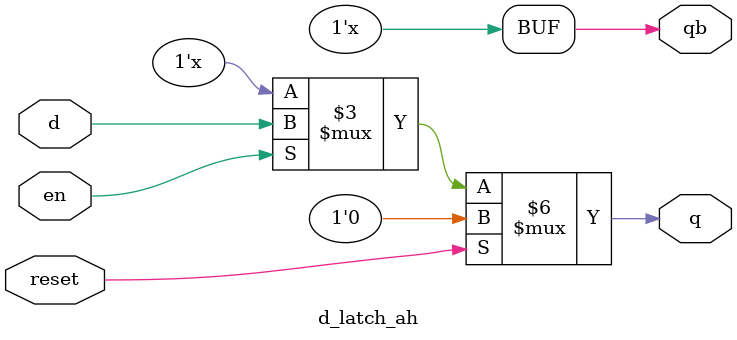
<source format=v>
`timescale 1ns / 1ps

//Implementation of D-latch using synchronous active high reset.
module d_latch_ah(
    input d,en,reset,
    output reg q,qb
    );
	 
	 //the always block triggered whenever d/en/reset changes
	 always@(d,en,reset)
	 begin
		//if reset high then the output will be 0
		//else as long as enable is high, output q follow input d
		if(reset) q<=0;
		else 
			begin 
				if(en) q<=d;
			end
		qb<=~q;
	 end
endmodule

</source>
